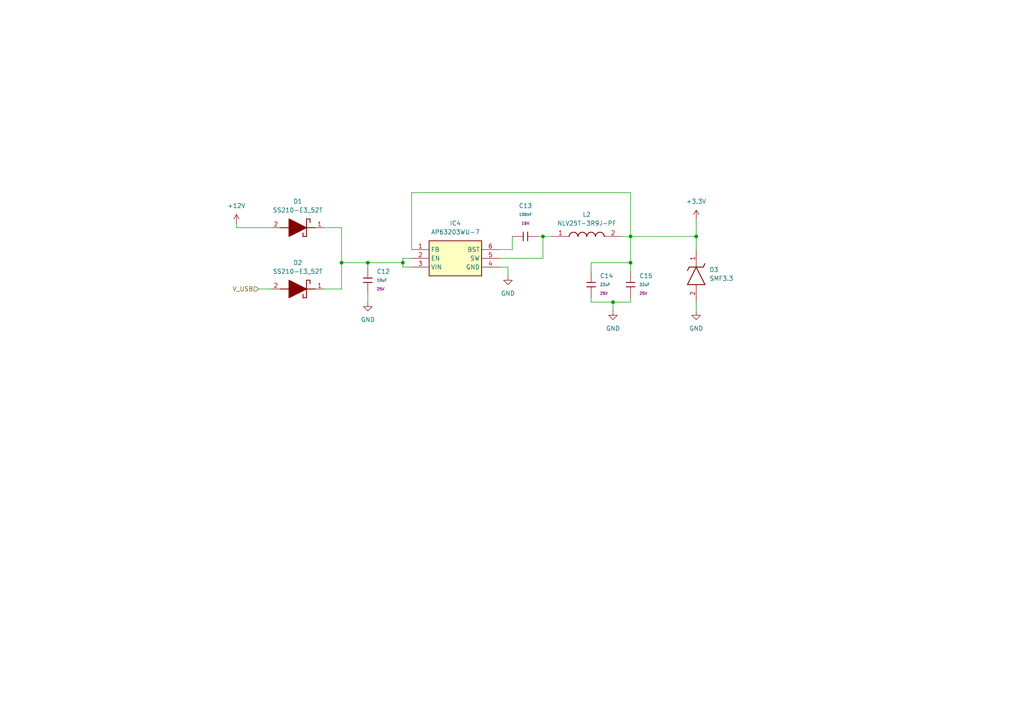
<source format=kicad_sch>
(kicad_sch (version 20250114) (generator "eeschema") (generator_version "9.0")
  (paper "A4")
  (lib_symbols
    (symbol "PCM_JLCPCB-Capacitors:0402,100nF" (pin_numbers (hide yes)) (pin_names (offset 0))
      (property "Reference" "C" (at 2.032 1.668 0))
      (property "Value" "100nF" (at 2.032 -0.3782 0))
      (property "Voltage Rated" "16V" (at 2.032 -2.0462 0))
      (symbol "0402,100nF_0_1"
        (polyline (pts (xy -1.27 0.635) (xy 1.27 0.635)) (stroke (width 0.254)))
        (polyline (pts (xy -1.27 -0.635) (xy 1.27 -0.635)) (stroke (width 0.254)))
      )
      (symbol "0402,100nF_1_1"
        (pin passive line (at 0 3.81 270) (length 3.175) (name "~") (number "1"))
        (pin passive line (at 0 -3.81 90) (length 3.175) (name "~") (number "2"))
      )
    )
    (symbol "PCM_JLCPCB-Capacitors:0805,10uF" (pin_numbers (hide yes)) (pin_names (offset 0))
      (property "Reference" "C" (at 2.032 1.668 0))
      (property "Value" "10uF" (at 2.032 -0.3782 0))
      (property "Voltage Rated" "25V" (at 2.032 -2.0462 0))
      (symbol "0805,10uF_0_1"
        (polyline (pts (xy -1.27 0.635) (xy 1.27 0.635)) (stroke (width 0.254)))
        (polyline (pts (xy -1.27 -0.635) (xy 1.27 -0.635)) (stroke (width 0.254)))
      )
      (symbol "0805,10uF_1_1"
        (pin passive line (at 0 3.81 270) (length 3.175) (name "~") (number "1"))
        (pin passive line (at 0 -3.81 90) (length 3.175) (name "~") (number "2"))
      )
    )
    (symbol "PCM_JLCPCB-Capacitors:0805,22uF" (pin_numbers (hide yes)) (pin_names (offset 0))
      (property "Reference" "C" (at 2.032 1.668 0))
      (property "Value" "22uF" (at 2.032 -0.3782 0))
      (property "Voltage Rated" "25V" (at 2.032 -2.0462 0))
      (symbol "0805,22uF_0_1"
        (polyline (pts (xy -1.27 0.635) (xy 1.27 0.635)) (stroke (width 0.254)))
        (polyline (pts (xy -1.27 -0.635) (xy 1.27 -0.635)) (stroke (width 0.254)))
      )
      (symbol "0805,22uF_1_1"
        (pin passive line (at 0 3.81 270) (length 3.175) (name "~") (number "1"))
        (pin passive line (at 0 -3.81 90) (length 3.175) (name "~") (number "2"))
      )
    )
    (symbol "SamacSys_Parts:AP63203WU-7"
      (property "Reference" "IC" (at 21.59 7.62 0))
      (property "Value" "AP63203WU-7" (at 21.59 5.08 0))
      (symbol "AP63203WU-7_1_1"
        (rectangle (start 5.08 2.54) (end 20.32 -7.62) (stroke (width 0.254)) (fill (type background)))
        (pin passive line (at 0 0 0) (length 5.08) (name "FB") (number "1"))
        (pin passive line (at 0 -2.54 0) (length 5.08) (name "EN") (number "2"))
        (pin passive line (at 0 -5.08 0) (length 5.08) (name "VIN") (number "3"))
        (pin passive line (at 25.4 0 180) (length 5.08) (name "BST") (number "6"))
        (pin passive line (at 25.4 -2.54 180) (length 5.08) (name "SW") (number "5"))
        (pin passive line (at 25.4 -5.08 180) (length 5.08) (name "GND") (number "4"))
      )
    )
    (symbol "SamacSys_Parts:NLV25T-3R9J-PF" (pin_names (hide yes))
      (property "Reference" "L" (at 16.51 6.35 0))
      (property "Value" "NLV25T-3R9J-PF" (at 16.51 3.81 0))
      (symbol "NLV25T-3R9J-PF_1_1"
        (arc (start 5.08 0) (mid 6.35 1.219) (end 7.62 0) (stroke (width 0.254)))
        (arc (start 7.62 0) (mid 8.89 1.219) (end 10.16 0) (stroke (width 0.254)))
        (arc (start 10.16 0) (mid 11.43 1.219) (end 12.7 0) (stroke (width 0.254)))
        (arc (start 12.7 0) (mid 13.97 1.219) (end 15.24 0) (stroke (width 0.254)))
        (pin passive line (at 0 0 0) (length 5.08) (name "1") (number "1"))
        (pin passive line (at 20.32 0 180) (length 5.08) (name "2") (number "2"))
      )
    )
    (symbol "SamacSys_Parts:SMF3.3" (pin_names (hide yes))
      (property "Reference" "D" (at 10.16 8.89 0))
      (property "Value" "SMF3.3" (at 10.16 6.35 0))
      (symbol "SMF3.3_1_1"
        (polyline (pts (xy 4.064 2.54) (xy 5.08 2.032)) (stroke (width 0.254)))
        (polyline (pts (xy 5.08 0) (xy 10.16 2.54)) (stroke (width 0.254)))
        (polyline (pts (xy 5.08 -2.032) (xy 5.08 2.032)) (stroke (width 0.254)))
        (polyline (pts (xy 5.08 -2.032) (xy 6.096 -2.54)) (stroke (width 0.254)))
        (polyline (pts (xy 10.16 -2.54) (xy 5.08 0)) (stroke (width 0.254)))
        (polyline (pts (xy 10.16 -2.54) (xy 10.16 2.54)) (stroke (width 0.254)))
        (pin passive line (at 0 0 0) (length 5.08) (name "K") (number "1"))
        (pin passive line (at 15.24 0 180) (length 5.08) (name "A") (number "2"))
      )
    )
    (symbol "SamacSys_Parts:SS210-E3_52T" (pin_names (hide yes))
      (property "Reference" "D" (at 12.7 8.89 0))
      (property "Value" "SS210-E3_52T" (at 12.7 6.35 0))
      (symbol "SS210-E3_52T_1_1"
        (polyline (pts (xy 5.08 0) (xy 7.62 0)) (stroke (width 0.254)))
        (polyline (pts (xy 6.604 -1.524) (xy 6.604 -2.54)) (stroke (width 0.254)))
        (polyline (pts (xy 7.62 2.54) (xy 7.62 -2.54)) (stroke (width 0.254)))
        (polyline (pts (xy 7.62 2.54) (xy 8.636 2.54)) (stroke (width 0.254)))
        (polyline (pts (xy 7.62 0) (xy 12.7 2.54) (xy 12.7 -2.54) (xy 7.62 0)) (stroke (width 0.254)) (fill (type outline)))
        (polyline (pts (xy 7.62 -2.54) (xy 6.604 -2.54)) (stroke (width 0.254)))
        (polyline (pts (xy 8.636 1.524) (xy 8.636 2.54)) (stroke (width 0.254)))
        (polyline (pts (xy 12.7 0) (xy 15.24 0)) (stroke (width 0.254)))
        (pin passive line (at 2.54 0 0) (length 2.54) (name "K") (number "1"))
        (pin passive line (at 17.78 0 180) (length 2.54) (name "A") (number "2"))
      )
    )
    (symbol "power:+12V" (power) (pin_numbers (hide yes)) (pin_names (offset 0) (hide yes))
      (property "Value" "+12V" (at 0 3.556 0))
      (symbol "+12V_0_1"
        (polyline (pts (xy -0.762 1.27) (xy 0 2.54)))
        (polyline (pts (xy 0 2.54) (xy 0.762 1.27)))
        (polyline (pts (xy 0 0) (xy 0 2.54)))
      )
      (symbol "+12V_1_1"
        (pin power_in line (at 0 0 90) (length 0) (name "~") (number "1"))
      )
    )
    (symbol "power:+3.3V" (power) (pin_numbers (hide yes)) (pin_names (offset 0) (hide yes))
      (property "Value" "+3.3V" (at 0 3.556 0))
      (symbol "+3.3V_0_1"
        (polyline (pts (xy -0.762 1.27) (xy 0 2.54)))
        (polyline (pts (xy 0 2.54) (xy 0.762 1.27)))
        (polyline (pts (xy 0 0) (xy 0 2.54)))
      )
      (symbol "+3.3V_1_1"
        (pin power_in line (at 0 0 90) (length 0) (name "~") (number "1"))
      )
    )
    (symbol "power:GND" (power) (pin_numbers (hide yes)) (pin_names (offset 0) (hide yes))
      (property "Value" "GND" (at 0 -3.81 0))
      (symbol "GND_0_1"
        (polyline (pts (xy 0 0) (xy 0 -1.27) (xy 1.27 -1.27) (xy 0 -2.54) (xy -1.27 -1.27) (xy 0 -1.27)))
      )
      (symbol "GND_1_1"
        (pin power_in line (at 0 0 270) (length 0) (name "~") (number "1"))
      )
    )
  )
  (junction (at 99.06 76.2))
  (junction (at 182.88 76.2))
  (junction (at 177.8 87.63))
  (junction (at 157.48 68.58))
  (junction (at 201.93 68.58))
  (junction (at 106.68 76.2))
  (junction (at 116.84 76.2))
  (junction (at 182.88 68.58))
  (wire (pts (xy 116.84 74.93) (xy 116.84 76.2)))
  (wire (pts (xy 144.78 77.47) (xy 147.32 77.47)))
  (wire (pts (xy 99.06 76.2) (xy 106.68 76.2)))
  (wire (pts (xy 116.84 77.47) (xy 119.38 77.47)))
  (wire (pts (xy 93.98 66.04) (xy 99.06 66.04)))
  (wire (pts (xy 171.45 78.74) (xy 171.45 76.2)))
  (wire (pts (xy 182.88 76.2) (xy 182.88 78.74)))
  (wire (pts (xy 99.06 66.04) (xy 99.06 76.2)))
  (wire (pts (xy 182.88 55.88) (xy 182.88 68.58)))
  (wire (pts (xy 177.8 87.63) (xy 182.88 87.63)))
  (wire (pts (xy 116.84 76.2) (xy 116.84 77.47)))
  (wire (pts (xy 119.38 74.93) (xy 116.84 74.93)))
  (wire (pts (xy 201.93 63.5) (xy 201.93 68.58)))
  (wire (pts (xy 157.48 68.58) (xy 157.48 74.93)))
  (wire (pts (xy 106.68 77.47) (xy 106.68 76.2)))
  (wire (pts (xy 182.88 68.58) (xy 182.88 76.2)))
  (wire (pts (xy 201.93 68.58) (xy 201.93 72.39)))
  (wire (pts (xy 119.38 72.39) (xy 119.38 55.88)))
  (wire (pts (xy 119.38 55.88) (xy 182.88 55.88)))
  (wire (pts (xy 74.93 83.82) (xy 78.74 83.82)))
  (wire (pts (xy 201.93 87.63) (xy 201.93 90.17)))
  (wire (pts (xy 144.78 74.93) (xy 157.48 74.93)))
  (wire (pts (xy 144.78 72.39) (xy 148.59 72.39)))
  (wire (pts (xy 171.45 86.36) (xy 171.45 87.63)))
  (wire (pts (xy 171.45 76.2) (xy 182.88 76.2)))
  (wire (pts (xy 106.68 85.09) (xy 106.68 87.63)))
  (wire (pts (xy 106.68 76.2) (xy 116.84 76.2)))
  (wire (pts (xy 68.58 66.04) (xy 78.74 66.04)))
  (wire (pts (xy 99.06 76.2) (xy 99.06 83.82)))
  (wire (pts (xy 156.21 68.58) (xy 157.48 68.58)))
  (wire (pts (xy 182.88 87.63) (xy 182.88 86.36)))
  (wire (pts (xy 147.32 77.47) (xy 147.32 80.01)))
  (wire (pts (xy 171.45 87.63) (xy 177.8 87.63)))
  (wire (pts (xy 177.8 87.63) (xy 177.8 90.17)))
  (wire (pts (xy 182.88 68.58) (xy 180.34 68.58)))
  (wire (pts (xy 68.58 64.77) (xy 68.58 66.04)))
  (wire (pts (xy 99.06 83.82) (xy 93.98 83.82)))
  (wire (pts (xy 157.48 68.58) (xy 160.02 68.58)))
  (wire (pts (xy 148.59 72.39) (xy 148.59 68.58)))
  (wire (pts (xy 201.93 68.58) (xy 182.88 68.58)))
  (hierarchical_label "V_USB" (shape input) (at 74.93 83.82 180))
  (symbol (lib_id "SamacSys_Parts:NLV25T-3R9J-PF") (at 160.02 68.58 0) (unit 1)
    (property "Reference" "L2" (at 170.18 62.23 0))
    (property "Value" "NLV25T-3R9J-PF" (at 170.18 64.77 0))
    (property "Footprint" "SamacSys_Parts:INDM2520X190N" (effects (hide yes)))
    (property "Datasheet" "https://product.tdk.com/system/files/dam/doc/product/inductor/inductor/smd/catalog/inductor_commercial_standard_nlv25-pf_en.pdf" (effects (hide yes)))
    (property "Description" "TDK Type 1008 Wire-wound SMD Inductor 3.9 H +/-5% Wire-Wound 180mA Idc Q:30" (effects (hide yes)))
    (property "Height" "1.9" (effects (hide yes)))
    (property "Manufacturer_Name" "TDK" (effects (hide yes)))
    (property "Manufacturer_Part_Number" "NLV25T-3R9J-PF" (effects (hide yes)))
    (property "Mouser Part Number" "810-NLV25T-3R9J" (effects (hide yes)))
    (property "Mouser Price/Stock" "https://www.mouser.co.uk/ProductDetail/TDK/NLV25T-3R9J-PF?qs=3POhL7GGTOiEGzlPar2X3g%3D%3D" (effects (hide yes)))
    (property "Arrow Part Number" "NLV25T-3R9J-PF" (effects (hide yes)))
    (property "Arrow Price/Stock" "https://www.arrow.com/en/products/nlv25t-3r9j-pf/tdk?region=nac" (effects (hide yes)))
  )
  (symbol (lib_id "PCM_JLCPCB-Capacitors:0805,10uF") (at 106.68 81.28 0) (unit 1)
    (property "Reference" "C12" (at 109.22 78.7399 0) (effects (justify left)))
    (property "Value" "10uF" (at 109.22 81.28 0) (effects (font (size 0.8 0.8)) (justify left)))
    (property "Footprint" "PCM_JLCPCB:C_0805" (effects (hide yes)))
    (property "Datasheet" "https://www.lcsc.com/datasheet/lcsc_datasheet_2304140030_Samsung-Electro-Mechanics-CL21A106KAYNNNE_C15850.pdf" (effects (hide yes)))
    (property "Description" "25V 10uF X5R ±10% 0805 Multilayer Ceramic Capacitors MLCC - SMD/SMT ROHS" (effects (hide yes)))
    (property "LCSC" "C15850" (effects (hide yes)))
    (property "Stock" "4105502" (effects (hide yes)))
    (property "Price" "0.012USD" (effects (hide yes)))
    (property "Process" "SMT" (effects (hide yes)))
    (property "Minimum Qty" "20" (effects (hide yes)))
    (property "Attrition Qty" "10" (effects (hide yes)))
    (property "Class" "Basic Component" (effects (hide yes)))
    (property "Category" "Capacitors,Multilayer Ceramic Capacitors MLCC - SMD/SMT" (effects (hide yes)))
    (property "Manufacturer" "Samsung Electro-Mechanics" (effects (hide yes)))
    (property "Part" "CL21A106KAYNNNE" (effects (hide yes)))
    (property "Voltage Rated" "25V" (at 109.22 83.82 0) (effects (font (size 0.8 0.8)) (justify left)))
    (property "Tolerance" "±10%" (effects (hide yes)))
    (property "Capacitance" "10uF" (effects (hide yes)))
    (property "Temperature Coefficient" "X5R" (effects (hide yes)))
  )
  (symbol (lib_id "power:GND") (at 177.8 90.17 0) (unit 1)
    (property "Reference" "#PWR034" (effects (hide yes)))
    (property "Value" "GND" (at 177.8 95.25 0))
    (property "Description" "Power symbol creates a global label with name \"GND\" , ground" (effects (hide yes)))
  )
  (symbol (lib_id "power:GND") (at 201.93 90.17 0) (unit 1)
    (property "Reference" "#PWR036" (effects (hide yes)))
    (property "Value" "GND" (at 201.93 95.25 0))
    (property "Description" "Power symbol creates a global label with name \"GND\" , ground" (effects (hide yes)))
  )
  (symbol (lib_id "PCM_JLCPCB-Capacitors:0805,22uF") (at 171.45 82.55 0) (unit 1)
    (property "Reference" "C14" (at 173.99 80.0099 0) (effects (justify left)))
    (property "Value" "22uF" (at 173.99 82.55 0) (effects (font (size 0.8 0.8)) (justify left)))
    (property "Footprint" "PCM_JLCPCB:C_0805" (effects (hide yes)))
    (property "Datasheet" "https://www.lcsc.com/datasheet/lcsc_datasheet_2304140030_Samsung-Electro-Mechanics-CL21A226MAQNNNE_C45783.pdf" (effects (hide yes)))
    (property "Description" "25V 22uF X5R ±20% 0805 Multilayer Ceramic Capacitors MLCC - SMD/SMT ROHS" (effects (hide yes)))
    (property "LCSC" "C45783" (effects (hide yes)))
    (property "Stock" "1873210" (effects (hide yes)))
    (property "Price" "0.024USD" (effects (hide yes)))
    (property "Process" "SMT" (effects (hide yes)))
    (property "Minimum Qty" "20" (effects (hide yes)))
    (property "Attrition Qty" "6" (effects (hide yes)))
    (property "Class" "Basic Component" (effects (hide yes)))
    (property "Category" "Capacitors,Multilayer Ceramic Capacitors MLCC - SMD/SMT" (effects (hide yes)))
    (property "Manufacturer" "Samsung Electro-Mechanics" (effects (hide yes)))
    (property "Part" "CL21A226MAQNNNE" (effects (hide yes)))
    (property "Voltage Rated" "25V" (at 173.99 85.09 0) (effects (font (size 0.8 0.8)) (justify left)))
    (property "Tolerance" "±20%" (effects (hide yes)))
    (property "Capacitance" "22uF" (effects (hide yes)))
    (property "Temperature Coefficient" "X5R" (effects (hide yes)))
  )
  (symbol (lib_id "power:+12V") (at 68.58 64.77 0) (unit 1)
    (property "Reference" "#PWR031" (effects (hide yes)))
    (property "Value" "+12V" (at 68.58 59.69 0))
    (property "Description" "Power symbol creates a global label with name \"+12V\"" (effects (hide yes)))
  )
  (symbol (lib_id "power:GND") (at 106.68 87.63 0) (unit 1)
    (property "Reference" "#PWR032" (effects (hide yes)))
    (property "Value" "GND" (at 106.68 92.71 0))
    (property "Description" "Power symbol creates a global label with name \"GND\" , ground" (effects (hide yes)))
  )
  (symbol (lib_id "power:+3.3V") (at 201.93 63.5 0) (unit 1)
    (property "Reference" "#PWR035" (effects (hide yes)))
    (property "Value" "+3.3V" (at 201.93 58.42 0))
    (property "Description" "Power symbol creates a global label with name \"+3.3V\"" (effects (hide yes)))
  )
  (symbol (lib_id "SamacSys_Parts:AP63203WU-7") (at 119.38 72.39 0) (unit 1)
    (property "Reference" "IC4" (at 132.08 64.77 0))
    (property "Value" "AP63203WU-7" (at 132.08 67.31 0))
    (property "Footprint" "SamacSys_Parts:AP63203WU7" (effects (hide yes)))
    (property "Datasheet" "https://www.diodes.com/assets/Datasheets/AP63200-AP63201-AP63203-AP63205.pdf" (effects (hide yes)))
    (property "Description" "Switching Voltage Regulators DCDC Conv HV Buck TSOT26 T&R 3K" (effects (hide yes)))
    (property "Height" "1" (effects (hide yes)))
    (property "Manufacturer_Name" "Diodes Incorporated" (effects (hide yes)))
    (property "Manufacturer_Part_Number" "AP63203WU-7" (effects (hide yes)))
    (property "Mouser Part Number" "621-AP63203WU-7" (effects (hide yes)))
    (property "Mouser Price/Stock" "https://www.mouser.co.uk/ProductDetail/Diodes-Incorporated/AP63203WU-7?qs=u16ybLDytRZ1JqxbuLkMJw%3D%3D" (effects (hide yes)))
    (property "Arrow Part Number" "AP63203WU-7" (effects (hide yes)))
    (property "Arrow Price/Stock" "https://www.arrow.com/en/products/ap63203wu-7/diodes-incorporated?utm_currency=USD&region=europe" (effects (hide yes)))
  )
  (symbol (lib_id "SamacSys_Parts:SS210-E3_52T") (at 96.52 66.04 180) (unit 1)
    (property "Reference" "D1" (at 86.36 58.42 0))
    (property "Value" "SS210-E3_52T" (at 86.36 60.96 0))
    (property "Footprint" "SamacSys_Parts:DIONM5436X244N" (effects (hide yes)))
    (property "Datasheet" "https://www.vishay.com/docs/88749/ss29.pdf" (effects (hide yes)))
    (property "Description" "Schottky Diodes & Rectifiers 100 Volt 1.5 Amp 75 Amp IFSM" (effects (hide yes)))
    (property "Height" "2.44" (effects (hide yes)))
    (property "Manufacturer_Name" "Vishay" (effects (hide yes)))
    (property "Manufacturer_Part_Number" "SS210-E3/52T" (effects (hide yes)))
    (property "Mouser Part Number" "625-SS210-E3" (effects (hide yes)))
    (property "Mouser Price/Stock" "https://www.mouser.co.uk/ProductDetail/Vishay-General-Semiconductor/SS210-E3-52T?qs=x2jpVgRnAtNRwwCuhfjCIA%3D%3D" (effects (hide yes)))
    (property "Arrow Part Number" "SS210-E3/52T" (effects (hide yes)))
    (property "Arrow Price/Stock" "https://www.arrow.com/en/products/ss210-e352t/vishay?utm_currency=USD&region=nac" (effects (hide yes)))
  )
  (symbol (lib_id "SamacSys_Parts:SMF3.3") (at 201.93 72.39 270) (unit 1)
    (property "Reference" "D3" (at 205.74 78.2319 90) (effects (justify left)))
    (property "Value" "SMF3.3" (at 205.74 80.7719 90) (effects (justify left)))
    (property "Footprint" "SamacSys_Parts:SOD3718X108N" (effects (hide yes)))
    (property "Datasheet" "https://componentsearchengine.com/Datasheets/2/SMF3.3.pdf" (effects (hide yes)))
    (property "Description" "ESD Suppressors / TVS Diodes 200W 3.3V 5% Uni-directional" (effects (hide yes)))
    (property "Height" "1.08" (effects (hide yes)))
    (property "Manufacturer_Name" "LITTELFUSE" (effects (hide yes)))
    (property "Manufacturer_Part_Number" "SMF3.3" (effects (hide yes)))
    (property "Mouser Part Number" "576-SMF3.3" (effects (hide yes)))
    (property "Mouser Price/Stock" "https://www.mouser.co.uk/ProductDetail/Littelfuse/SMF3.3?qs=5LChGqRbrjutbyo%2F8EojOg%3D%3D" (effects (hide yes)))
    (property "Arrow Part Number" "SMF3.3" (effects (hide yes)))
    (property "Arrow Price/Stock" "https://www.arrow.com/en/products/smf3.3/littelfuse?region=nac" (effects (hide yes)))
  )
  (symbol (lib_id "power:GND") (at 147.32 80.01 0) (unit 1)
    (property "Reference" "#PWR033" (effects (hide yes)))
    (property "Value" "GND" (at 147.32 85.09 0))
    (property "Description" "Power symbol creates a global label with name \"GND\" , ground" (effects (hide yes)))
  )
  (symbol (lib_id "PCM_JLCPCB-Capacitors:0402,100nF") (at 152.4 68.58 90) (unit 1)
    (property "Reference" "C13" (at 152.4 59.69 90))
    (property "Value" "100nF" (at 152.4 62.23 90) (effects (font (size 0.8 0.8))))
    (property "Footprint" "PCM_JLCPCB:C_0402" (effects (hide yes)))
    (property "Datasheet" "https://www.lcsc.com/datasheet/lcsc_datasheet_2304140030_Samsung-Electro-Mechanics-CL05B104KO5NNNC_C1525.pdf" (effects (hide yes)))
    (property "Description" "16V 100nF X7R ±10% 0402 Multilayer Ceramic Capacitors MLCC - SMD/SMT ROHS" (effects (hide yes)))
    (property "LCSC" "C1525" (effects (hide yes)))
    (property "Stock" "17299152" (effects (hide yes)))
    (property "Price" "0.004USD" (effects (hide yes)))
    (property "Process" "SMT" (effects (hide yes)))
    (property "Minimum Qty" "20" (effects (hide yes)))
    (property "Attrition Qty" "10" (effects (hide yes)))
    (property "Class" "Basic Component" (effects (hide yes)))
    (property "Category" "Capacitors,Multilayer Ceramic Capacitors MLCC - SMD/SMT" (effects (hide yes)))
    (property "Manufacturer" "Samsung Electro-Mechanics" (effects (hide yes)))
    (property "Part" "CL05B104KO5NNNC" (effects (hide yes)))
    (property "Voltage Rated" "16V" (at 152.4 64.77 90) (effects (font (size 0.8 0.8))))
    (property "Tolerance" "±10%" (effects (hide yes)))
    (property "Capacitance" "100nF" (effects (hide yes)))
    (property "Temperature Coefficient" "X7R" (effects (hide yes)))
  )
  (symbol (lib_id "SamacSys_Parts:SS210-E3_52T") (at 96.52 83.82 180) (unit 1)
    (property "Reference" "D2" (at 86.36 76.2 0))
    (property "Value" "SS210-E3_52T" (at 86.36 78.74 0))
    (property "Footprint" "SamacSys_Parts:DIONM5436X244N" (effects (hide yes)))
    (property "Datasheet" "https://www.vishay.com/docs/88749/ss29.pdf" (effects (hide yes)))
    (property "Description" "Schottky Diodes & Rectifiers 100 Volt 1.5 Amp 75 Amp IFSM" (effects (hide yes)))
    (property "Height" "2.44" (effects (hide yes)))
    (property "Manufacturer_Name" "Vishay" (effects (hide yes)))
    (property "Manufacturer_Part_Number" "SS210-E3/52T" (effects (hide yes)))
    (property "Mouser Part Number" "625-SS210-E3" (effects (hide yes)))
    (property "Mouser Price/Stock" "https://www.mouser.co.uk/ProductDetail/Vishay-General-Semiconductor/SS210-E3-52T?qs=x2jpVgRnAtNRwwCuhfjCIA%3D%3D" (effects (hide yes)))
    (property "Arrow Part Number" "SS210-E3/52T" (effects (hide yes)))
    (property "Arrow Price/Stock" "https://www.arrow.com/en/products/ss210-e352t/vishay?utm_currency=USD&region=nac" (effects (hide yes)))
  )
  (symbol (lib_id "PCM_JLCPCB-Capacitors:0805,22uF") (at 182.88 82.55 0) (unit 1)
    (property "Reference" "C15" (at 185.42 80.0099 0) (effects (justify left)))
    (property "Value" "22uF" (at 185.42 82.55 0) (effects (font (size 0.8 0.8)) (justify left)))
    (property "Footprint" "PCM_JLCPCB:C_0805" (effects (hide yes)))
    (property "Datasheet" "https://www.lcsc.com/datasheet/lcsc_datasheet_2304140030_Samsung-Electro-Mechanics-CL21A226MAQNNNE_C45783.pdf" (effects (hide yes)))
    (property "Description" "25V 22uF X5R ±20% 0805 Multilayer Ceramic Capacitors MLCC - SMD/SMT ROHS" (effects (hide yes)))
    (property "LCSC" "C45783" (effects (hide yes)))
    (property "Stock" "1873210" (effects (hide yes)))
    (property "Price" "0.024USD" (effects (hide yes)))
    (property "Process" "SMT" (effects (hide yes)))
    (property "Minimum Qty" "20" (effects (hide yes)))
    (property "Attrition Qty" "6" (effects (hide yes)))
    (property "Class" "Basic Component" (effects (hide yes)))
    (property "Category" "Capacitors,Multilayer Ceramic Capacitors MLCC - SMD/SMT" (effects (hide yes)))
    (property "Manufacturer" "Samsung Electro-Mechanics" (effects (hide yes)))
    (property "Part" "CL21A226MAQNNNE" (effects (hide yes)))
    (property "Voltage Rated" "25V" (at 185.42 85.09 0) (effects (font (size 0.8 0.8)) (justify left)))
    (property "Tolerance" "±20%" (effects (hide yes)))
    (property "Capacitance" "22uF" (effects (hide yes)))
    (property "Temperature Coefficient" "X5R" (effects (hide yes)))
  )
)
</source>
